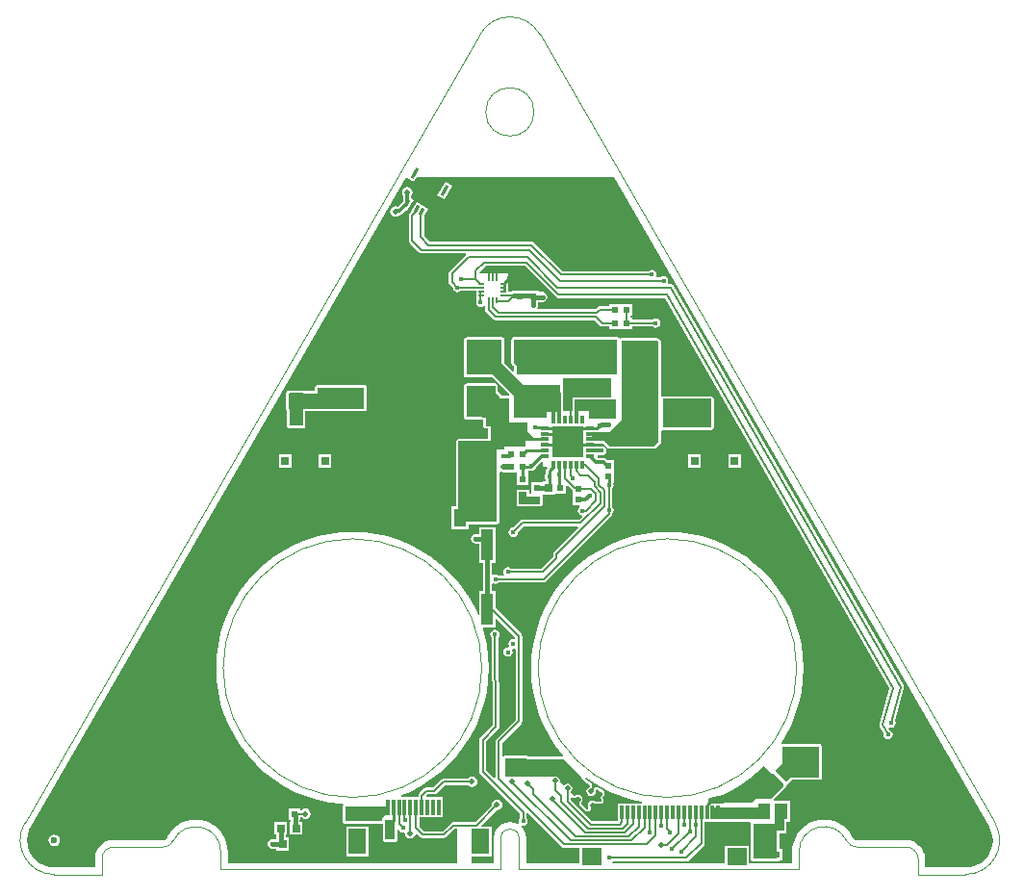
<source format=gtl>
G04*
G04 #@! TF.GenerationSoftware,Altium Limited,Altium Designer,19.0.12 (326)*
G04*
G04 Layer_Physical_Order=1*
G04 Layer_Color=255*
%FSLAX44Y44*%
%MOMM*%
G71*
G01*
G75*
%ADD17C,0.2032*%
%ADD19C,0.0500*%
%ADD20R,0.6000X0.6000*%
%ADD21R,0.5588X0.5588*%
%ADD22R,0.7000X0.8000*%
%ADD23R,0.6000X0.8500*%
G04:AMPARAMS|DCode=24|XSize=0.3mm|YSize=1mm|CornerRadius=0mm|HoleSize=0mm|Usage=FLASHONLY|Rotation=150.000|XOffset=0mm|YOffset=0mm|HoleType=Round|Shape=Rectangle|*
%AMROTATEDRECTD24*
4,1,4,0.3799,0.3580,-0.1201,-0.5080,-0.3799,-0.3580,0.1201,0.5080,0.3799,0.3580,0.0*
%
%ADD24ROTATEDRECTD24*%

G04:AMPARAMS|DCode=25|XSize=0.3mm|YSize=0.7mm|CornerRadius=0mm|HoleSize=0mm|Usage=FLASHONLY|Rotation=150.000|XOffset=0mm|YOffset=0mm|HoleType=Round|Shape=Rectangle|*
%AMROTATEDRECTD25*
4,1,4,0.3049,0.2281,-0.0451,-0.3781,-0.3049,-0.2281,0.0451,0.3781,0.3049,0.2281,0.0*
%
%ADD25ROTATEDRECTD25*%

%ADD26R,1.1000X1.4000*%
G04:AMPARAMS|DCode=27|XSize=1.4mm|YSize=1.1mm|CornerRadius=0mm|HoleSize=0mm|Usage=FLASHONLY|Rotation=135.000|XOffset=0mm|YOffset=0mm|HoleType=Round|Shape=Rectangle|*
%AMROTATEDRECTD27*
4,1,4,0.8839,-0.1061,0.1061,-0.8839,-0.8839,0.1061,-0.1061,0.8839,0.8839,-0.1061,0.0*
%
%ADD27ROTATEDRECTD27*%

%ADD28R,1.1000X1.6000*%
%ADD29C,0.9348*%
%ADD30C,0.8891*%
%ADD31R,1.6000X2.2000*%
%ADD32R,0.3000X1.4000*%
%ADD33R,0.5000X0.2000*%
%ADD34R,0.2000X0.5000*%
%ADD35R,0.3000X1.2000*%
%ADD36R,1.7000X1.5000*%
%ADD37R,0.9652X0.8128*%
%ADD38R,0.6000X0.6000*%
%ADD39R,0.8128X0.9652*%
%ADD40R,0.7200X0.7200*%
%ADD41R,2.7000X1.3000*%
%ADD42R,0.6500X0.7000*%
%ADD43R,1.4000X1.6400*%
%ADD44R,0.7200X0.7200*%
%ADD45R,2.8000X2.8000*%
%ADD46R,0.3000X0.8000*%
%ADD47R,0.8000X0.3000*%
%ADD77C,1.4635*%
%ADD78R,1.0000X2.7500*%
%ADD79C,0.3810*%
%ADD80C,0.3048*%
%ADD81C,0.5080*%
%ADD82C,0.2540*%
%ADD83C,0.1778*%
%ADD84C,0.4318*%
%ADD85C,0.4572*%
%ADD86C,0.6350*%
%ADD87R,3.3528X7.0866*%
%ADD88R,0.8382X1.7526*%
%ADD89R,3.7084X0.7366*%
%ADD90R,2.2860X1.1430*%
%ADD91R,3.2512X0.9492*%
%ADD92R,2.8448X0.7874*%
%ADD93R,3.0226X0.8382*%
%ADD94R,1.8796X1.4224*%
%ADD95R,3.2766X2.7432*%
%ADD96R,2.1336X3.1496*%
%ADD97R,2.1844X0.5334*%
%ADD98R,0.8382X2.4638*%
%ADD99R,5.1816X1.0668*%
%ADD100R,1.7018X2.1082*%
%ADD101R,2.5320X2.7432*%
%ADD102R,3.1402X3.1242*%
G04:AMPARAMS|DCode=103|XSize=1.2153mm|YSize=3.3108mm|CornerRadius=0mm|HoleSize=0mm|Usage=FLASHONLY|Rotation=45.000|XOffset=0mm|YOffset=0mm|HoleType=Round|Shape=Rectangle|*
%AMROTATEDRECTD103*
4,1,4,0.7409,-1.6002,-1.6002,0.7409,-0.7409,1.6002,1.6002,-0.7409,0.7409,-1.6002,0.0*
%
%ADD103ROTATEDRECTD103*%

%ADD104R,1.2446X0.6862*%
%ADD105R,4.1402X1.9141*%
%ADD106R,6.1468X1.4315*%
%ADD107R,1.2354X2.8956*%
%ADD108R,4.3387X2.5146*%
%ADD109R,1.8288X0.6858*%
%ADD110R,4.3395X1.7780*%
%ADD111R,3.0162X1.9050*%
%ADD112R,2.3622X1.6764*%
%ADD113R,3.4607X1.0414*%
%ADD114R,0.3048X0.9652*%
%ADD115R,0.8890X1.9304*%
%ADD116R,0.2794X1.0922*%
%ADD117R,8.8797X3.0226*%
%ADD118R,2.9699X2.9464*%
%ADD119R,4.1594X2.3368*%
%ADD120C,0.4064*%
%ADD121C,0.5080*%
%ADD122C,0.6000*%
G36*
X492383Y583615D02*
X822438Y11943D01*
X822450Y11930D01*
X823916Y9186D01*
X825280Y4692D01*
X825740Y18D01*
X825280Y-4656D01*
X823916Y-9150D01*
X821702Y-13291D01*
X818723Y-16922D01*
X815093Y-19901D01*
X810951Y-22115D01*
X806457Y-23478D01*
X802142Y-23903D01*
X801784Y-23832D01*
X765934D01*
Y-15982D01*
X765853Y-15578D01*
X765584Y-12839D01*
X764667Y-9817D01*
X763178Y-7032D01*
X761175Y-4591D01*
X758734Y-2587D01*
X755948Y-1099D01*
X752926Y-182D01*
X750188Y88D01*
X749783Y168D01*
X706059D01*
X705891Y135D01*
X704560Y400D01*
X703289Y1249D01*
X702572Y2322D01*
X702572Y2322D01*
X702337Y2784D01*
X701960Y3400D01*
X700032Y6546D01*
X697166Y9901D01*
X693811Y12766D01*
X690049Y15072D01*
X685973Y16760D01*
X681682Y17790D01*
X677283Y18137D01*
X672885Y17790D01*
X668594Y16760D01*
X664518Y15072D01*
X660756Y12766D01*
X657401Y9901D01*
X654535Y6546D01*
X652230Y2784D01*
X650541Y-1293D01*
X649511Y-5583D01*
X649185Y-9720D01*
X649133Y-9982D01*
X649133D01*
X649133Y-9982D01*
Y-20361D01*
X611212D01*
Y-5016D01*
X590148D01*
Y-20361D01*
X491201D01*
X490769Y-19091D01*
X491383Y-18472D01*
X556260D01*
X557400Y-18246D01*
X558366Y-17600D01*
X571286Y-4680D01*
X571931Y-3714D01*
X572158Y-2574D01*
Y16420D01*
X577242D01*
X577311Y16374D01*
X578104Y16216D01*
X611901D01*
X612862Y14986D01*
Y-16510D01*
X613020Y-17303D01*
X613469Y-17975D01*
X614141Y-18424D01*
X614934Y-18582D01*
X636270D01*
X637063Y-18424D01*
X637719Y-17986D01*
X640874D01*
Y-7922D01*
X638342D01*
Y5802D01*
X642112D01*
X642905Y5960D01*
X643577Y6409D01*
X644026Y7081D01*
X644184Y7874D01*
Y16368D01*
X647269D01*
Y34432D01*
X642875D01*
X642112Y34584D01*
X633730D01*
X633510Y34540D01*
X632884Y35710D01*
X643461Y46287D01*
X643910Y46959D01*
X644036Y47594D01*
X644412Y48709D01*
Y48709D01*
X648749Y53046D01*
X673354D01*
X674147Y53204D01*
X674819Y53653D01*
X675268Y54325D01*
X675426Y55118D01*
Y82550D01*
X675268Y83343D01*
X674819Y84015D01*
X674147Y84464D01*
X673354Y84622D01*
X651506D01*
X651256Y84672D01*
X651006Y84622D01*
X640588D01*
X640289Y84562D01*
X639489Y85671D01*
X643223Y91532D01*
X648053Y100810D01*
X652056Y110473D01*
X655201Y120449D01*
X657465Y130660D01*
X658830Y141030D01*
X659286Y151480D01*
X658830Y161930D01*
X657465Y172300D01*
X655201Y182511D01*
X652056Y192487D01*
X648053Y202150D01*
X643223Y211428D01*
X637603Y220250D01*
X631236Y228548D01*
X624169Y236259D01*
X616458Y243326D01*
X608160Y249693D01*
X599338Y255313D01*
X590060Y260143D01*
X580397Y264146D01*
X570421Y267291D01*
X560210Y269555D01*
X549840Y270920D01*
X539390Y271376D01*
X528940Y270920D01*
X518570Y269555D01*
X508359Y267291D01*
X498383Y264146D01*
X488720Y260143D01*
X479442Y255313D01*
X470620Y249693D01*
X462322Y243326D01*
X454611Y236259D01*
X447544Y228548D01*
X441177Y220250D01*
X435557Y211428D01*
X430727Y202150D01*
X426725Y192487D01*
X423579Y182511D01*
X421315Y172300D01*
X419950Y161930D01*
X419494Y151480D01*
X419950Y141030D01*
X421315Y130660D01*
X423579Y120449D01*
X426725Y110473D01*
X430727Y100810D01*
X435557Y91532D01*
X441177Y82710D01*
X447177Y74891D01*
X446732Y73932D01*
X446515Y73668D01*
X446511Y73667D01*
X446412Y73689D01*
X445635Y73699D01*
X445617Y73696D01*
X445599Y73700D01*
X444332Y73700D01*
X416859Y73700D01*
X416755Y73855D01*
X416083Y74304D01*
X415290Y74462D01*
X396494D01*
X395701Y74304D01*
X395154Y73939D01*
X394574Y74083D01*
X393884Y74428D01*
Y85888D01*
X410924Y102928D01*
X411569Y103894D01*
X411796Y105034D01*
Y179700D01*
X411569Y180840D01*
X410924Y181806D01*
X388092Y204638D01*
Y219032D01*
X385074D01*
Y225654D01*
X386344Y226333D01*
X386780Y226042D01*
X388366Y225726D01*
X389952Y226042D01*
X391224Y226892D01*
X430332D01*
X431472Y227118D01*
X432438Y227764D01*
X490040Y285366D01*
X490686Y286332D01*
X490910Y287461D01*
X491762Y288736D01*
X492078Y290322D01*
X491762Y291908D01*
X490912Y293180D01*
Y309562D01*
X491762Y310834D01*
X492078Y312420D01*
X491858Y313524D01*
X492033Y313805D01*
X492712Y314794D01*
X492712Y314794D01*
X492712Y314794D01*
Y324794D01*
Y334858D01*
X486251D01*
X485694Y335416D01*
X484518Y336202D01*
X483130Y336478D01*
X483130Y336478D01*
X478118D01*
X477730Y336866D01*
Y339144D01*
X479566D01*
X480054Y338818D01*
X481640Y338502D01*
X483226Y338818D01*
X484570Y339716D01*
X485468Y341060D01*
X485784Y342646D01*
X485468Y344232D01*
X484570Y345576D01*
X483226Y346474D01*
X481640Y346790D01*
X480054Y346474D01*
X479937Y346396D01*
X473198D01*
Y349238D01*
X477730D01*
Y349238D01*
X477820Y349328D01*
X483148Y349328D01*
X487485Y344991D01*
X488157Y344542D01*
X488950Y344384D01*
X488950Y344384D01*
X527808Y344384D01*
X528601Y344542D01*
X529273Y344991D01*
X529273Y344991D01*
X533087Y348805D01*
X533536Y349477D01*
X533694Y350270D01*
X533694Y350270D01*
Y360057D01*
X534717Y361148D01*
X578104D01*
X578897Y361306D01*
X579569Y361755D01*
X580018Y362427D01*
X580176Y363220D01*
Y388366D01*
X580018Y389159D01*
X579569Y389831D01*
X578897Y390280D01*
X578104Y390438D01*
X534717D01*
X533694Y391529D01*
Y438776D01*
X533694Y438776D01*
X533536Y439569D01*
X533087Y440241D01*
X532189Y441139D01*
X531517Y441588D01*
X530724Y441746D01*
X530724Y441746D01*
X499117Y441746D01*
X498722Y441667D01*
X498324Y441588D01*
X498324Y441588D01*
X496916Y441901D01*
X496244Y442350D01*
X495451Y442508D01*
X422323D01*
X422179Y442604D01*
X421386Y442762D01*
X404368D01*
X403575Y442604D01*
X402903Y442155D01*
X402454Y441483D01*
X402296Y440690D01*
Y419608D01*
X402454Y418815D01*
X402903Y418143D01*
X403575Y417694D01*
X404230Y417564D01*
X404582Y417168D01*
Y412722D01*
X403409Y412236D01*
X396186Y419459D01*
Y440436D01*
X396028Y441229D01*
X395579Y441901D01*
X394907Y442350D01*
X394114Y442508D01*
X362712D01*
X361919Y442350D01*
X361247Y441901D01*
X360798Y441229D01*
X360640Y440436D01*
Y409194D01*
X360798Y408401D01*
X361247Y407729D01*
X361919Y407280D01*
X362712Y407122D01*
X385476D01*
X400164Y392434D01*
X399638Y391164D01*
X393668D01*
X393568Y391334D01*
X390104Y395234D01*
Y399796D01*
X389946Y400589D01*
X389497Y401261D01*
X388825Y401710D01*
X388032Y401868D01*
X362712D01*
X361919Y401710D01*
X361247Y401261D01*
X360798Y400589D01*
X360640Y399796D01*
Y372364D01*
X360798Y371571D01*
X361247Y370899D01*
X361919Y370450D01*
X362712Y370292D01*
X376154D01*
X376227Y370243D01*
X377020Y370085D01*
X377404Y368931D01*
Y364490D01*
X377562Y363697D01*
X378011Y363025D01*
X378683Y362576D01*
X379476Y362418D01*
X381976D01*
Y353100D01*
X355854D01*
X355061Y352942D01*
X354389Y352493D01*
X353940Y351821D01*
X353782Y351028D01*
Y346710D01*
X353311D01*
Y337819D01*
X353311Y337058D01*
X353311D01*
X353314Y336550D01*
X353314D01*
Y326898D01*
X353314D01*
Y326390D01*
X353314D01*
Y316738D01*
X353314D01*
X353311Y316230D01*
X353311D01*
X353311Y315469D01*
Y307339D01*
X353311Y306578D01*
X353311D01*
X353314Y306070D01*
X353314D01*
Y296418D01*
X353782D01*
Y293496D01*
X349320D01*
Y273432D01*
X364384D01*
Y278090D01*
X389382D01*
X390175Y278248D01*
X390847Y278697D01*
X391296Y279369D01*
X391454Y280162D01*
Y323903D01*
X392724Y324582D01*
X393464Y324087D01*
X395248Y323732D01*
X397156D01*
Y323362D01*
X406634D01*
X407156Y322308D01*
Y312244D01*
X417220D01*
Y322308D01*
X417220D01*
X417220Y323362D01*
X417220D01*
Y325027D01*
X419146D01*
X419574Y325112D01*
X419936Y325040D01*
X421522Y325356D01*
X422866Y326254D01*
X423764Y327598D01*
X423926Y328413D01*
X428928Y333415D01*
X430198Y332889D01*
Y328930D01*
X433253D01*
X433739Y327757D01*
X433162Y327180D01*
X432433Y326087D01*
X432176Y324799D01*
Y322316D01*
X431715Y321626D01*
X431399Y320040D01*
X431715Y318454D01*
X432176Y317764D01*
Y315600D01*
X429403D01*
Y315000D01*
X419465D01*
Y304586D01*
X417986D01*
Y308518D01*
X406722D01*
Y297254D01*
X406868D01*
Y295656D01*
X407026Y294863D01*
X407475Y294191D01*
X408147Y293742D01*
X408940Y293584D01*
X427228D01*
X428021Y293742D01*
X428693Y294191D01*
X429142Y294863D01*
X429156Y294936D01*
X429529D01*
Y304336D01*
X440667D01*
Y304886D01*
X450411D01*
Y311590D01*
X451584Y312076D01*
X455720Y307940D01*
X456232Y307598D01*
Y294514D01*
X461619D01*
X462004Y293244D01*
X461636Y292998D01*
X460738Y291654D01*
X460422Y290068D01*
X460738Y288482D01*
X461636Y287138D01*
X462980Y286240D01*
X463838Y286069D01*
X464256Y284691D01*
X461689Y282124D01*
X411988D01*
X410848Y281898D01*
X409882Y281252D01*
X403775Y275145D01*
X402274Y274846D01*
X400930Y273948D01*
X400032Y272604D01*
X399716Y271018D01*
X400032Y269432D01*
X400930Y268088D01*
X402274Y267190D01*
X403860Y266874D01*
X405446Y267190D01*
X406790Y268088D01*
X407688Y269432D01*
X407987Y270933D01*
X413222Y276168D01*
X460289D01*
X460775Y274994D01*
X439854Y254074D01*
X439208Y253108D01*
X438982Y251968D01*
Y249646D01*
X428534Y239198D01*
X401892D01*
X400620Y240048D01*
X399034Y240364D01*
X397448Y240048D01*
X396104Y239150D01*
X395206Y237806D01*
X394890Y236220D01*
X395206Y234634D01*
X395551Y234118D01*
X394872Y232848D01*
X391224D01*
X389952Y233698D01*
X388366Y234014D01*
X386780Y233698D01*
X386344Y233407D01*
X385074Y234086D01*
Y243968D01*
X388092D01*
Y275532D01*
X374028D01*
Y269190D01*
X371491D01*
X370840Y269320D01*
X369254Y269004D01*
X367910Y268106D01*
X367012Y266762D01*
X366696Y265176D01*
X367012Y263590D01*
X367910Y262246D01*
X369254Y261348D01*
X370840Y261032D01*
X371491Y261162D01*
X374028D01*
Y243968D01*
X377046D01*
Y219032D01*
X374028D01*
Y198222D01*
X372782Y197975D01*
X371053Y202150D01*
X366223Y211428D01*
X360603Y220250D01*
X354236Y228548D01*
X347169Y236259D01*
X339458Y243326D01*
X331160Y249693D01*
X322338Y255313D01*
X313060Y260143D01*
X303397Y264146D01*
X293421Y267291D01*
X283210Y269555D01*
X272840Y270920D01*
X262390Y271376D01*
X251940Y270920D01*
X241570Y269555D01*
X231359Y267291D01*
X221383Y264146D01*
X211720Y260143D01*
X202442Y255313D01*
X193620Y249693D01*
X185322Y243326D01*
X177611Y236259D01*
X170544Y228548D01*
X164177Y220250D01*
X158557Y211428D01*
X153727Y202150D01*
X149725Y192487D01*
X146579Y182511D01*
X144315Y172300D01*
X142950Y161930D01*
X142494Y151480D01*
X142950Y141030D01*
X144315Y130660D01*
X146579Y120449D01*
X149725Y110473D01*
X153727Y100810D01*
X158557Y91532D01*
X164177Y82710D01*
X170544Y74412D01*
X177611Y66701D01*
X185322Y59634D01*
X193620Y53267D01*
X202442Y47647D01*
X211720Y42817D01*
X221383Y38814D01*
X231359Y35669D01*
X241570Y33405D01*
X251940Y32040D01*
X253628Y31967D01*
X254224Y30669D01*
X254118Y30511D01*
X253960Y29718D01*
Y16764D01*
X254118Y15971D01*
X254567Y15299D01*
X255239Y14850D01*
X256032Y14692D01*
X288544D01*
X289266Y14100D01*
Y4314D01*
X289216Y4064D01*
X289266Y3814D01*
Y508D01*
X289424Y-285D01*
X289873Y-957D01*
X290545Y-1406D01*
X291338Y-1564D01*
X299720D01*
X300513Y-1406D01*
X301185Y-957D01*
X301634Y-285D01*
X301792Y508D01*
Y9433D01*
X303062Y9558D01*
X303143Y9148D01*
X304042Y7804D01*
X305386Y6905D01*
X306972Y6590D01*
X307340Y6663D01*
X307610Y6532D01*
X308613Y5622D01*
X308875Y4304D01*
X309886Y2792D01*
X311398Y1781D01*
X313182Y1426D01*
X314966Y1781D01*
X316478Y2792D01*
X317489Y4304D01*
X317704Y5385D01*
X319082Y5803D01*
X321947Y2937D01*
X322913Y2292D01*
X324053Y2065D01*
X342906D01*
X344045Y2292D01*
X345011Y2937D01*
X352304Y10230D01*
X354065D01*
Y-20361D01*
X152639D01*
Y-9982D01*
X152587Y-9720D01*
X152261Y-5583D01*
X151231Y-1293D01*
X149543Y2784D01*
X147237Y6546D01*
X144372Y9901D01*
X141016Y12766D01*
X137254Y15072D01*
X133178Y16760D01*
X128887Y17790D01*
X124489Y18137D01*
X120090Y17790D01*
X115800Y16760D01*
X111723Y15072D01*
X107961Y12766D01*
X104606Y9901D01*
X101740Y6546D01*
X99812Y3400D01*
X99435Y2784D01*
X99200Y2322D01*
X99200Y2322D01*
X98483Y1249D01*
X97212Y400D01*
X95881Y135D01*
X95714Y168D01*
X51989D01*
X51584Y88D01*
X48846Y-182D01*
X45824Y-1099D01*
X43039Y-2587D01*
X40597Y-4591D01*
X38594Y-7032D01*
X37105Y-9817D01*
X36189Y-12839D01*
X35919Y-15578D01*
X35838Y-15982D01*
Y-23832D01*
X-11D01*
X-370Y-23903D01*
X-4685Y-23478D01*
X-9179Y-22115D01*
X-13321Y-19901D01*
X-16951Y-16922D01*
X-19930Y-13291D01*
X-22144Y-9150D01*
X-23507Y-4656D01*
X-23968Y18D01*
X-23507Y4692D01*
X-22144Y9186D01*
X-20677Y11930D01*
X-20666Y11943D01*
X309188Y583267D01*
X310364Y582763D01*
X316427Y579263D01*
X318940Y583615D01*
X492383Y583615D01*
D02*
G37*
G36*
X431270Y426407D02*
Y415157D01*
X420269D01*
Y411408D01*
X412469D01*
X404519Y420358D01*
Y427158D01*
X408270D01*
Y438157D01*
X419520D01*
X431270Y426407D01*
D02*
G37*
G36*
X388270Y427158D02*
X392019D01*
Y420358D01*
X384069Y411408D01*
X376269D01*
Y415157D01*
X365270D01*
Y426407D01*
X377020Y438157D01*
X388270D01*
Y427158D01*
D02*
G37*
G36*
X420269Y395157D02*
X431270D01*
Y383907D01*
X419520Y372157D01*
X408270D01*
Y383158D01*
X404519D01*
Y389958D01*
X412469Y398908D01*
X420269D01*
Y395157D01*
D02*
G37*
G36*
X531622Y438776D02*
Y350270D01*
X527808Y346456D01*
X488950Y346456D01*
X484006Y351400D01*
X473198Y351400D01*
Y359248D01*
X488044Y359248D01*
X499110Y370314D01*
Y395732D01*
X499117Y439674D01*
X530724Y439674D01*
X531622Y438776D01*
D02*
G37*
G36*
X392019Y389958D02*
Y389092D01*
X400558D01*
Y367792D01*
X416560D01*
Y359870D01*
X422100Y354330D01*
X430198D01*
Y351168D01*
X385605D01*
Y364490D01*
X379476D01*
Y372157D01*
X377020D01*
X365270Y383907D01*
Y395157D01*
X376269D01*
Y398908D01*
X384069D01*
X392019Y389958D01*
D02*
G37*
G36*
X405289Y179018D02*
X405229Y177947D01*
X404095Y177071D01*
X403860Y177118D01*
X402274Y176802D01*
X400930Y175904D01*
X400032Y174560D01*
X399716Y172974D01*
X400032Y171388D01*
X400448Y170765D01*
X399684Y169622D01*
X399034Y169752D01*
X397448Y169436D01*
X396104Y168538D01*
X395206Y167194D01*
X394890Y165608D01*
X395206Y164022D01*
X396104Y162678D01*
X397448Y161780D01*
X399034Y161464D01*
X400620Y161780D01*
X401964Y162678D01*
X402862Y164022D01*
X403178Y165608D01*
X402862Y167194D01*
X402446Y167817D01*
X403210Y168960D01*
X403860Y168830D01*
X404569Y168972D01*
X405839Y167998D01*
Y106267D01*
X388800Y89228D01*
X388154Y88262D01*
X387928Y87122D01*
Y55468D01*
X386658Y54942D01*
X379914Y61686D01*
Y87158D01*
X390851Y98095D01*
X390861Y98110D01*
X390877Y98121D01*
X391183Y98592D01*
X391496Y99061D01*
X391500Y99079D01*
X391510Y99095D01*
X391613Y99649D01*
X391723Y100201D01*
X391719Y100219D01*
X391723Y100238D01*
X390756Y178297D01*
X391571Y179516D01*
X391886Y181102D01*
X391571Y182688D01*
X390672Y184032D01*
X389328Y184930D01*
X387742Y185246D01*
X386157Y184930D01*
X384812Y184032D01*
X383914Y182688D01*
X383599Y181102D01*
X383914Y179516D01*
X384800Y178191D01*
X385751Y101419D01*
X374830Y90498D01*
X374184Y89532D01*
X373958Y88392D01*
Y60452D01*
X374184Y59312D01*
X374830Y58346D01*
X409518Y23658D01*
Y19876D01*
X408668Y18604D01*
X408352Y17018D01*
X408668Y15432D01*
X408734Y15333D01*
X408007Y14352D01*
X407895Y14303D01*
X404549Y15689D01*
X400886Y16171D01*
X397223Y15689D01*
X393810Y14275D01*
X390878Y12026D01*
X388629Y9094D01*
X387215Y5681D01*
X386733Y2018D01*
X386736D01*
Y-20361D01*
X367019D01*
Y-14030D01*
X384782D01*
Y12034D01*
X376299D01*
X375813Y13207D01*
X389220Y26614D01*
X389595Y26539D01*
X391379Y26894D01*
X392891Y27905D01*
X393901Y29417D01*
X394256Y31201D01*
X393901Y32985D01*
X392891Y34497D01*
X391379Y35508D01*
X389595Y35862D01*
X387811Y35508D01*
X386299Y34497D01*
X385288Y32985D01*
X384933Y31201D01*
X385008Y30826D01*
X370368Y16186D01*
X351070D01*
X349930Y15960D01*
X348964Y15314D01*
X341672Y8022D01*
X325286D01*
X321228Y12080D01*
Y20200D01*
X341782D01*
Y38264D01*
X327994D01*
X327508Y39437D01*
X328386Y40315D01*
X334378D01*
X335517Y40542D01*
X336483Y41188D01*
X343880Y48584D01*
X364029D01*
X364242Y48266D01*
X365754Y47255D01*
X367538Y46900D01*
X369322Y47255D01*
X370834Y48266D01*
X371845Y49778D01*
X372200Y51562D01*
X371845Y53346D01*
X370834Y54858D01*
X369322Y55869D01*
X367538Y56224D01*
X365754Y55869D01*
X364242Y54858D01*
X364029Y54540D01*
X342646D01*
X341506Y54314D01*
X340540Y53668D01*
X333144Y46272D01*
X327152D01*
X326012Y46045D01*
X325046Y45399D01*
X321144Y41498D01*
X320499Y40531D01*
X320272Y39392D01*
Y38264D01*
X305387D01*
X305134Y39534D01*
X313060Y42817D01*
X322338Y47647D01*
X331160Y53267D01*
X339458Y59634D01*
X347169Y66701D01*
X354236Y74412D01*
X360603Y82710D01*
X366223Y91532D01*
X371053Y100810D01*
X375056Y110473D01*
X378201Y120449D01*
X380465Y130660D01*
X381830Y141030D01*
X382286Y151480D01*
X381830Y161930D01*
X380465Y172300D01*
X378201Y182511D01*
X376961Y186444D01*
X377712Y187468D01*
X388092D01*
Y194555D01*
X389265Y195041D01*
X405289Y179018D01*
D02*
G37*
G36*
X444332Y71628D02*
X445599Y71628D01*
X445600Y71628D01*
X445607Y71628D01*
X446383Y71617D01*
X446891Y71561D01*
X447651Y71351D01*
X447901Y71240D01*
X448179Y71043D01*
X463447Y54775D01*
X463447Y54775D01*
X466562Y52061D01*
X471373Y48457D01*
X471065Y47101D01*
X470600Y47008D01*
X469256Y46110D01*
X468358Y44766D01*
X468042Y43180D01*
X468358Y41594D01*
X469256Y40250D01*
X470600Y39352D01*
X472186Y39036D01*
X473772Y39352D01*
X475116Y40250D01*
X476014Y41594D01*
X476330Y43180D01*
X476210Y43783D01*
X477346Y44579D01*
X480238Y42827D01*
X482163Y41905D01*
X482267Y40447D01*
X482000Y40268D01*
X481102Y38924D01*
X480786Y37338D01*
X481102Y35752D01*
X481486Y35178D01*
X480807Y33908D01*
X476275D01*
X475296Y34562D01*
X473710Y34878D01*
X472124Y34562D01*
X470780Y33664D01*
X469882Y32320D01*
X469566Y30734D01*
X469882Y29148D01*
X470410Y28358D01*
X470282Y27830D01*
X468880Y27436D01*
X463640Y32675D01*
X463686Y33138D01*
X464584Y34482D01*
X464900Y36068D01*
X464584Y37654D01*
X463686Y38998D01*
X462342Y39896D01*
X460756Y40212D01*
X459170Y39896D01*
X457826Y38998D01*
X457363Y38952D01*
X454883Y41433D01*
X454628Y42790D01*
X455526Y44134D01*
X455842Y45720D01*
X455526Y47306D01*
X454628Y48650D01*
X453284Y49548D01*
X451698Y49864D01*
X450112Y49548D01*
X448768Y48650D01*
X447765Y48551D01*
X444694Y51622D01*
X444834Y52324D01*
X444518Y53910D01*
X443620Y55254D01*
X442276Y56152D01*
X440690Y56468D01*
X439988Y56328D01*
X439928Y56388D01*
X396748D01*
Y71628D01*
X444332Y71628D01*
D02*
G37*
G36*
X624332Y65416D02*
X641996Y47752D01*
X630820Y36576D01*
X616966D01*
X613275Y32885D01*
X585978D01*
X575818Y33020D01*
Y36830D01*
X577342Y37084D01*
X580644Y37846D01*
X588010Y40132D01*
X595010Y43434D01*
X602996Y48260D01*
X611632Y54488D01*
X617982Y59436D01*
X624248Y65451D01*
X624332Y65416D01*
D02*
G37*
G36*
X470620Y53267D02*
X479442Y47647D01*
X488720Y42817D01*
X498383Y38814D01*
X508359Y35669D01*
X516998Y33754D01*
X516859Y32484D01*
X495648D01*
Y16948D01*
X473166D01*
X454590Y35524D01*
Y37136D01*
X455764Y37622D01*
X455898Y37487D01*
X455984Y37430D01*
X456049Y37351D01*
X456317Y37207D01*
X456571Y37038D01*
X456671Y37018D01*
X456762Y36970D01*
X457065Y36940D01*
X457363Y36881D01*
X457464Y36901D01*
X457566Y36891D01*
X458029Y36936D01*
X458127Y36966D01*
X458230D01*
X458512Y37083D01*
X458803Y37171D01*
X458882Y37236D01*
X458977Y37275D01*
X459979Y37945D01*
X460756Y38099D01*
X461533Y37945D01*
X462192Y37504D01*
X462633Y36845D01*
X462787Y36068D01*
X462633Y35291D01*
X461963Y34289D01*
X461924Y34194D01*
X461859Y34115D01*
X461771Y33823D01*
X461654Y33542D01*
Y33440D01*
X461624Y33341D01*
X461579Y32878D01*
X461589Y32776D01*
X461569Y32675D01*
X461628Y32377D01*
X461658Y32074D01*
X461706Y31983D01*
X461726Y31883D01*
X461895Y31630D01*
X462039Y31361D01*
X462118Y31296D01*
X462175Y31210D01*
X467415Y25970D01*
X467651Y25813D01*
X467867Y25628D01*
X467985Y25590D01*
X468088Y25521D01*
X468366Y25466D01*
X468635Y25378D01*
X468759Y25388D01*
X468880Y25364D01*
X469159Y25419D01*
X469441Y25441D01*
X470843Y25835D01*
X471096Y25964D01*
X471362Y26061D01*
X471453Y26146D01*
X471564Y26202D01*
X471748Y26417D01*
X471956Y26609D01*
X472009Y26722D01*
X472089Y26816D01*
X472177Y27086D01*
X472296Y27343D01*
X472424Y27871D01*
X472425Y27914D01*
X472442Y27954D01*
Y28316D01*
X472457Y28679D01*
X472442Y28719D01*
Y28762D01*
X472303Y29097D01*
X472178Y29438D01*
X472149Y29469D01*
X472132Y29509D01*
X471833Y29957D01*
X471679Y30734D01*
X471833Y31511D01*
X472274Y32170D01*
X472933Y32611D01*
X473710Y32765D01*
X474487Y32611D01*
X475124Y32185D01*
X475313Y32107D01*
X475483Y31994D01*
X475683Y31954D01*
X475871Y31876D01*
X476075D01*
X476275Y31836D01*
X480807D01*
X481105Y31895D01*
X481408Y31925D01*
X481499Y31973D01*
X481600Y31994D01*
X481853Y32162D01*
X482121Y32306D01*
X482187Y32385D01*
X482272Y32443D01*
X482441Y32696D01*
X482634Y32931D01*
X483313Y34201D01*
X483401Y34492D01*
X483518Y34773D01*
Y34876D01*
X483548Y34975D01*
X483518Y35277D01*
Y35582D01*
X483479Y35677D01*
X483468Y35779D01*
X483325Y36047D01*
X483209Y36329D01*
X483053Y36561D01*
X482899Y37338D01*
X483053Y38115D01*
X483544Y38850D01*
X483614Y38920D01*
X483833Y39090D01*
X483898Y39203D01*
X483990Y39296D01*
X484096Y39551D01*
X484233Y39792D01*
X484249Y39922D01*
X484299Y40043D01*
X484299Y40319D01*
X484334Y40594D01*
X484230Y42052D01*
X484157Y42319D01*
X484117Y42593D01*
X484051Y42705D01*
X484016Y42832D01*
X483847Y43050D01*
X483705Y43288D01*
X483601Y43367D01*
X483521Y43470D01*
X483280Y43607D01*
X483058Y43773D01*
X481225Y44651D01*
X478420Y46351D01*
X478061Y46481D01*
X477705Y46620D01*
X477682Y46619D01*
X477660Y46627D01*
X477279Y46610D01*
X476897Y46602D01*
X476876Y46592D01*
X476853Y46591D01*
X476507Y46430D01*
X476157Y46276D01*
X475021Y45480D01*
X474757Y45204D01*
X474487Y44934D01*
X474478Y44912D01*
X474462Y44896D01*
X474324Y44539D01*
X474178Y44187D01*
Y44164D01*
X474169Y44142D01*
X474178Y43760D01*
Y43379D01*
X474217Y43180D01*
X474063Y42403D01*
X473622Y41744D01*
X472963Y41303D01*
X472186Y41149D01*
X471409Y41303D01*
X470750Y41744D01*
X470309Y42403D01*
X470155Y43180D01*
X470309Y43957D01*
X470750Y44616D01*
X471409Y45057D01*
X471469Y45069D01*
X471817Y45213D01*
X472169Y45348D01*
X472190Y45367D01*
X472216Y45378D01*
X472482Y45644D01*
X472756Y45904D01*
X472767Y45929D01*
X472788Y45950D01*
X472932Y46298D01*
X473085Y46642D01*
X473393Y47998D01*
X473404Y48374D01*
X473424Y48751D01*
X473414Y48778D01*
X473415Y48806D01*
X473280Y49158D01*
X473155Y49513D01*
X473136Y49534D01*
X473126Y49561D01*
X472867Y49835D01*
X472615Y50115D01*
X467865Y53674D01*
X466839Y54568D01*
X467643Y55551D01*
X470620Y53267D01*
D02*
G37*
G36*
X446458Y-5662D02*
X447424Y-6308D01*
X448564Y-6534D01*
X462148D01*
Y-20361D01*
X415036D01*
Y2018D01*
X415036Y2018D01*
X415039D01*
X414557Y5681D01*
X413143Y9094D01*
X411009Y11875D01*
X411171Y12395D01*
X411656Y13041D01*
X412496Y12874D01*
X414082Y13190D01*
X415426Y14088D01*
X416324Y15432D01*
X416640Y17018D01*
X416324Y18604D01*
X415474Y19876D01*
Y23526D01*
X416744Y24052D01*
X446458Y-5662D01*
D02*
G37*
%LPC*%
G36*
X344015Y579575D02*
X336983Y567395D01*
X343101Y563863D01*
X350133Y576043D01*
X344015Y579575D01*
D02*
G37*
G36*
X310642Y574892D02*
X308858Y574537D01*
X307346Y573526D01*
X306335Y572014D01*
X305980Y570230D01*
X306335Y568446D01*
X306850Y567676D01*
Y561721D01*
X302289Y557160D01*
X302012Y557345D01*
X300228Y557700D01*
X298444Y557345D01*
X296932Y556334D01*
X295921Y554822D01*
X295566Y553038D01*
X295921Y551254D01*
X296932Y549742D01*
X298444Y548732D01*
X300228Y548377D01*
X302012Y548732D01*
X303524Y549742D01*
X303564Y549801D01*
X303684D01*
X303684Y549801D01*
X305071Y550077D01*
X306248Y550863D01*
X309677Y554293D01*
X310769Y553662D01*
X313293Y558035D01*
X313825Y558832D01*
X313864Y559023D01*
X316301Y563244D01*
X314102Y564514D01*
Y567178D01*
X314949Y568446D01*
X315304Y570230D01*
X314949Y572014D01*
X313938Y573526D01*
X312426Y574537D01*
X310642Y574892D01*
D02*
G37*
G36*
X273050Y400598D02*
X231648D01*
X230855Y400440D01*
X230183Y399991D01*
X229734Y399319D01*
X229576Y398526D01*
Y395772D01*
X206248D01*
X205455Y395614D01*
X204783Y395165D01*
X204334Y394493D01*
X204176Y393700D01*
Y379385D01*
X204334Y378592D01*
X204430Y378448D01*
Y364744D01*
X204588Y363951D01*
X205037Y363279D01*
X205709Y362830D01*
X206502Y362672D01*
X218856D01*
X219649Y362830D01*
X220321Y363279D01*
X220770Y363951D01*
X220928Y364744D01*
Y377313D01*
X267716D01*
X267716Y377313D01*
X273050D01*
X273843Y377471D01*
X274515Y377920D01*
X274964Y378592D01*
X275122Y379385D01*
Y398526D01*
X274964Y399319D01*
X274515Y399991D01*
X273843Y400440D01*
X273050Y400598D01*
D02*
G37*
G36*
X604032Y339782D02*
X592968D01*
Y327718D01*
X604032D01*
Y339782D01*
D02*
G37*
G36*
X569032D02*
X557968D01*
Y327718D01*
X569032D01*
Y339782D01*
D02*
G37*
G36*
X243782D02*
X232718D01*
Y327718D01*
X243782D01*
Y339782D01*
D02*
G37*
G36*
X208782D02*
X197718D01*
Y327718D01*
X208782D01*
Y339782D01*
D02*
G37*
G36*
X318843Y561776D02*
X313692Y552854D01*
X312854Y552016D01*
X312208Y551050D01*
X311982Y549910D01*
Y527546D01*
X312208Y526406D01*
X312854Y525440D01*
X320970Y517324D01*
X321936Y516679D01*
X323076Y516452D01*
X362119D01*
X362504Y515182D01*
X362130Y514932D01*
X347906Y500708D01*
X347261Y499742D01*
X347034Y498602D01*
Y491210D01*
X347261Y490070D01*
X347906Y489104D01*
X350711Y486299D01*
X351010Y484798D01*
X351908Y483454D01*
X353252Y482556D01*
X354838Y482240D01*
X356424Y482556D01*
X357696Y483406D01*
X371240D01*
Y476352D01*
X371510D01*
Y475057D01*
X371330Y474788D01*
X371014Y473202D01*
X371330Y471616D01*
X371510Y471347D01*
Y470634D01*
X371986D01*
X372228Y470272D01*
X373572Y469374D01*
X375158Y469058D01*
X376744Y469374D01*
X377762Y470054D01*
X378851Y469641D01*
X379032Y469492D01*
Y466776D01*
X379258Y465636D01*
X379904Y464670D01*
X386178Y458396D01*
X387144Y457751D01*
X388284Y457524D01*
X475270D01*
X479986Y452808D01*
X480952Y452163D01*
X482092Y451936D01*
X488650D01*
Y449882D01*
X508714D01*
Y451936D01*
X526414D01*
X527686Y451086D01*
X529272Y450770D01*
X530858Y451086D01*
X532202Y451984D01*
X533100Y453328D01*
X533416Y454914D01*
X533100Y456500D01*
X532202Y457844D01*
X530858Y458742D01*
X529272Y459058D01*
X527686Y458742D01*
X526414Y457892D01*
X508714D01*
Y459946D01*
X506660D01*
Y461820D01*
X508714D01*
Y471884D01*
X488650D01*
Y469830D01*
X480060D01*
X478920Y469604D01*
X477954Y468958D01*
X476116Y467120D01*
X425539D01*
X424861Y468390D01*
X425267Y468999D01*
X425593Y470634D01*
Y473702D01*
X426356D01*
Y473755D01*
X429514D01*
X431149Y474080D01*
X432536Y475006D01*
X433462Y476393D01*
X433787Y478028D01*
X433462Y479663D01*
X432536Y481050D01*
X431149Y481976D01*
X429514Y482301D01*
X426356D01*
Y483766D01*
X416292D01*
Y483657D01*
X414672D01*
Y483766D01*
X404608D01*
Y483657D01*
X404474D01*
X402839Y483332D01*
X401452Y482406D01*
X401423Y482362D01*
X399780D01*
Y482416D01*
X399510D01*
Y498634D01*
X373842D01*
Y499932D01*
X379440Y505530D01*
X413802D01*
X441284Y478049D01*
X442250Y477403D01*
X443390Y477176D01*
X537010D01*
X734447Y133611D01*
X725956Y102177D01*
X725878Y101018D01*
X726249Y99916D01*
X729576Y94127D01*
X729392Y93202D01*
X729708Y91616D01*
X730606Y90272D01*
X731950Y89374D01*
X733536Y89058D01*
X735122Y89374D01*
X736466Y90272D01*
X737364Y91616D01*
X737679Y93202D01*
X737364Y94788D01*
X736466Y96132D01*
X735122Y97030D01*
X734733Y97107D01*
X734020Y98348D01*
X734250Y98752D01*
X734898Y99370D01*
X736219Y99107D01*
X737805Y99423D01*
X739149Y100321D01*
X740047Y101665D01*
X740363Y103251D01*
X740047Y104837D01*
X739823Y105172D01*
X747573Y133865D01*
X747651Y135024D01*
X747280Y136125D01*
X545077Y487986D01*
X544819Y488281D01*
X544601Y488608D01*
X544440Y488715D01*
X544313Y488861D01*
X543961Y489035D01*
X543635Y489253D01*
X543445Y489291D01*
X543271Y489377D01*
X542880Y489403D01*
X542495Y489480D01*
X540477D01*
X539946Y490472D01*
X539939Y490750D01*
X540238Y492252D01*
X539922Y493838D01*
X539024Y495182D01*
X537680Y496080D01*
X536094Y496396D01*
X534508Y496080D01*
X533236Y495230D01*
X530529D01*
X529756Y496500D01*
X529982Y497637D01*
X529667Y499222D01*
X528769Y500567D01*
X527424Y501465D01*
X525839Y501780D01*
X524253Y501465D01*
X523009Y500634D01*
X447188D01*
X421968Y525854D01*
X421002Y526499D01*
X419862Y526726D01*
X330672D01*
X325625Y531773D01*
Y549395D01*
X329291Y555744D01*
X324961Y558244D01*
Y558244D01*
X318843Y561776D01*
D02*
G37*
G36*
X216152Y28308D02*
X206088D01*
Y18244D01*
X207918D01*
Y16029D01*
X207462D01*
Y4965D01*
X218026D01*
Y16029D01*
X215946D01*
Y18244D01*
X216152D01*
Y20390D01*
X217523D01*
X217735Y20072D01*
X219248Y19061D01*
X221031Y18706D01*
X222815Y19061D01*
X224328Y20072D01*
X225338Y21584D01*
X225693Y23368D01*
X225338Y25152D01*
X224328Y26664D01*
X222815Y27675D01*
X221031Y28030D01*
X219248Y27675D01*
X217735Y26664D01*
X217523Y26346D01*
X216152D01*
Y28308D01*
D02*
G37*
G36*
X0Y5131D02*
X-1963Y4740D01*
X-3628Y3628D01*
X-4740Y1963D01*
X-5131Y0D01*
X-4740Y-1963D01*
X-3628Y-3628D01*
X-1963Y-4740D01*
X0Y-5131D01*
X1963Y-4740D01*
X3628Y-3628D01*
X4740Y-1963D01*
X5131Y0D01*
X4740Y1963D01*
X3628Y3628D01*
X1963Y4740D01*
X0Y5131D01*
D02*
G37*
G36*
X204526Y16029D02*
X193962D01*
Y4965D01*
X195625D01*
Y2404D01*
X195362D01*
Y1045D01*
X191994D01*
X190359Y720D01*
X188972Y-206D01*
X188046Y-1592D01*
X187721Y-3228D01*
X188046Y-4863D01*
X188972Y-6249D01*
X190359Y-7175D01*
X191994Y-7501D01*
X195362D01*
Y-8860D01*
X206626D01*
Y2404D01*
X204171D01*
Y4965D01*
X204526D01*
Y16029D01*
D02*
G37*
G36*
X276782Y12034D02*
X256718D01*
Y-14030D01*
X276782D01*
Y12034D01*
D02*
G37*
%LPD*%
D17*
X375010Y473350D02*
Y479384D01*
Y473350D02*
X375158Y473202D01*
X385510Y502604D02*
X389010Y499104D01*
Y495134D02*
Y499104D01*
X382010D02*
X385510Y502604D01*
X382010Y495134D02*
Y499104D01*
X385510Y495134D02*
Y502604D01*
D19*
X422136Y640793D02*
G03*
X422136Y640793I-21250J0D01*
G01*
X426867Y709393D02*
G03*
X374905Y709393I-25981J-15000D01*
G01*
X-25992Y15018D02*
G03*
X-11Y-29982I25981J-15000D01*
G01*
X376136Y151476D02*
G03*
X376136Y151476I-113750J0D01*
G01*
X653136D02*
G03*
X653136Y151476I-113750J0D01*
G01*
X801784Y-29982D02*
G03*
X827764Y15018I0J30000D01*
G01*
X759783Y-15982D02*
G03*
X749783Y-5982I-10000J0D01*
G01*
X697066Y-357D02*
G03*
X655284Y-9982I-19783J-9625D01*
G01*
X697066Y-357D02*
G03*
X706059Y-5982I8992J4375D01*
G01*
X408886Y2018D02*
G03*
X392886Y2018I-8000J0D01*
G01*
X146489Y-9982D02*
G03*
X104706Y-357I-22000J0D01*
G01*
X95714Y-5982D02*
G03*
X104706Y-357I0J10000D01*
G01*
X51989Y-5982D02*
G03*
X41989Y-15982I0J-10000D01*
G01*
X-25992Y15018D02*
X374905Y709393D01*
X-11Y-29982D02*
X41989D01*
X426867Y709393D02*
X827764Y15018D01*
X759783Y-29982D02*
X801784D01*
X759783D02*
Y-15982D01*
X706059Y-5982D02*
X749783D01*
X655284Y-24982D02*
Y-9982D01*
X408886Y-24982D02*
X655284D01*
X408886D02*
Y2018D01*
X392886Y-24982D02*
Y2018D01*
X146489Y-24982D02*
X392886D01*
X51989Y-5982D02*
X95714D01*
X146489Y-24982D02*
Y-9982D01*
X41989Y-29982D02*
Y-15982D01*
D20*
X503682Y454914D02*
D03*
X493682D02*
D03*
X503682Y466852D02*
D03*
X493682D02*
D03*
X645842Y-12954D02*
D03*
X635842D02*
D03*
X201120Y23276D02*
D03*
X211120D02*
D03*
X402188Y339208D02*
D03*
X412188D02*
D03*
X402188Y317276D02*
D03*
X412188D02*
D03*
X412188Y328394D02*
D03*
X402188D02*
D03*
D21*
X358137Y341884D02*
D03*
X347469D02*
D03*
X358140Y331724D02*
D03*
X347472D02*
D03*
X358140Y321564D02*
D03*
X347472D02*
D03*
X347469Y311404D02*
D03*
X358137D02*
D03*
X347472Y301244D02*
D03*
X358140D02*
D03*
D22*
X598500Y333750D02*
D03*
X563500D02*
D03*
X238250D02*
D03*
X203250D02*
D03*
D23*
X587000Y371500D02*
D03*
X575000D02*
D03*
X226750D02*
D03*
X214750D02*
D03*
D24*
X316884Y587119D02*
D03*
X343558Y571719D02*
D03*
D25*
X310476Y560219D02*
D03*
X314806Y557719D02*
D03*
X319136Y555219D02*
D03*
X323466Y552719D02*
D03*
D26*
X639737Y25400D02*
D03*
X624737D02*
D03*
D27*
X643351Y60421D02*
D03*
X632745Y49815D02*
D03*
D28*
X322852Y283464D02*
D03*
X356852D02*
D03*
D29*
X384134Y419301D02*
D03*
X412404Y391015D02*
D03*
D30*
X412336Y419156D02*
D03*
X384202Y391160D02*
D03*
D31*
X374750Y-998D02*
D03*
X266750D02*
D03*
D32*
X338250Y29232D02*
D03*
X333250D02*
D03*
X328250D02*
D03*
X323250D02*
D03*
X318250D02*
D03*
X313250D02*
D03*
X308250D02*
D03*
X303250D02*
D03*
X298250D02*
D03*
X293250D02*
D03*
X343250D02*
D03*
X348250D02*
D03*
D33*
X375772Y489884D02*
D03*
Y486384D02*
D03*
Y482884D02*
D03*
Y479384D02*
D03*
X395248D02*
D03*
Y482884D02*
D03*
Y486384D02*
D03*
Y489884D02*
D03*
D34*
X382010Y474896D02*
D03*
X385510D02*
D03*
X389010D02*
D03*
Y494372D02*
D03*
X385510D02*
D03*
X382010D02*
D03*
D35*
X489180Y24452D02*
D03*
X494180D02*
D03*
X499180D02*
D03*
X504180D02*
D03*
X509180D02*
D03*
X514180D02*
D03*
X519180D02*
D03*
X524180D02*
D03*
X529180D02*
D03*
X534180D02*
D03*
X539180D02*
D03*
X544180D02*
D03*
X549180D02*
D03*
X554180D02*
D03*
X559180D02*
D03*
X564180D02*
D03*
X569180D02*
D03*
X574180D02*
D03*
X579180D02*
D03*
X584180D02*
D03*
D36*
X472680Y-14548D02*
D03*
X600680D02*
D03*
D37*
X410392Y81478D02*
D03*
Y67254D02*
D03*
D38*
X424434Y66882D02*
D03*
Y76882D02*
D03*
X461264Y299546D02*
D03*
Y309546D02*
D03*
X421324Y488734D02*
D03*
Y478734D02*
D03*
X409640Y478734D02*
D03*
Y488734D02*
D03*
X487680Y319826D02*
D03*
Y329826D02*
D03*
X445379Y299918D02*
D03*
Y309918D02*
D03*
X424497Y309968D02*
D03*
Y299968D02*
D03*
D39*
X644906Y675D02*
D03*
X630682D02*
D03*
D40*
X210994Y-3228D02*
D03*
X200994D02*
D03*
X378032Y357378D02*
D03*
X388032D02*
D03*
X402354Y302886D02*
D03*
X412354D02*
D03*
D41*
X513272Y327248D02*
D03*
Y356248D02*
D03*
D42*
X212744Y10497D02*
D03*
X199244D02*
D03*
D43*
X478706Y426974D02*
D03*
X519006D02*
D03*
D44*
X435035Y309968D02*
D03*
Y299968D02*
D03*
D45*
X451698Y350270D02*
D03*
D46*
X439198Y370270D02*
D03*
X444198D02*
D03*
X449198D02*
D03*
X454198D02*
D03*
X459198D02*
D03*
X464198D02*
D03*
Y330270D02*
D03*
X459198D02*
D03*
X454198D02*
D03*
X449198D02*
D03*
X444198D02*
D03*
X439198D02*
D03*
D47*
X471698Y362770D02*
D03*
Y357770D02*
D03*
Y352770D02*
D03*
Y347770D02*
D03*
Y342770D02*
D03*
Y337770D02*
D03*
X431698D02*
D03*
Y342770D02*
D03*
Y347770D02*
D03*
Y352770D02*
D03*
Y357770D02*
D03*
Y362770D02*
D03*
D77*
X376894Y383781D02*
D03*
Y426533D02*
D03*
X419646Y383781D02*
D03*
Y426533D02*
D03*
D78*
X381060Y203250D02*
D03*
X421060Y203250D02*
D03*
Y259750D02*
D03*
X381060D02*
D03*
D79*
X412354Y302886D02*
X415272Y299968D01*
X424497D01*
X211932Y11309D02*
X212744Y10497D01*
X211932Y11309D02*
Y22464D01*
X211120Y23276D02*
X211932Y22464D01*
X409828Y82042D02*
X410392Y81478D01*
X399034Y82042D02*
X409828D01*
X653034Y13486D02*
Y13830D01*
X479552Y364744D02*
X481076Y366268D01*
X487680D01*
X424100Y77216D02*
X433070D01*
X423926Y77390D02*
X424100Y77216D01*
X423926Y77390D02*
Y85852D01*
X410392Y81478D02*
Y90932D01*
X370840Y265176D02*
X378714D01*
X381060Y262830D01*
Y259750D02*
Y262830D01*
X586740Y371240D02*
X587000Y371500D01*
X586740Y361950D02*
Y371240D01*
X226750Y371500D02*
X232512D01*
X235712Y368300D01*
X226750Y371500D02*
X227004Y361950D01*
X381060Y203250D02*
Y259750D01*
X411164Y203250D02*
X421060D01*
X411265Y260096D02*
X421060Y259750D01*
X412354Y302886D02*
X412484Y303016D01*
X424497Y309968D02*
X435035D01*
D80*
X377526Y357770D02*
X379048Y356248D01*
X370388Y357770D02*
X377526D01*
X293250Y26042D02*
Y29486D01*
X287528Y20320D02*
X293250Y26042D01*
X273558Y20320D02*
X287528D01*
X300617Y553427D02*
X303684D01*
X300228Y553038D02*
X300617Y553427D01*
X303684D02*
X310476Y560219D01*
Y570064D02*
X310642Y570230D01*
X310476Y560219D02*
Y570064D01*
X400800Y337820D02*
X402188Y339208D01*
X395224Y337820D02*
X400800D01*
X408686Y489688D02*
Y496824D01*
Y489688D02*
X409640Y488734D01*
X417392Y492790D02*
Y497332D01*
Y492790D02*
X421386Y488796D01*
X467446Y299546D02*
X470916Y303016D01*
X461264Y299546D02*
X467446D01*
X471698Y337770D02*
X476616Y332852D01*
X483130D02*
X486156Y329826D01*
X476616Y332852D02*
X483130D01*
X452628Y302094D02*
X452882D01*
X450452Y299918D02*
X452628Y302094D01*
X421324Y488734D02*
X421386Y488796D01*
X394208Y316992D02*
X394492Y317276D01*
X402188D01*
X445329Y299968D02*
X445379Y299918D01*
X435035Y299968D02*
X445329D01*
X445379Y299918D02*
X450452D01*
X481516Y342770D02*
X481640Y342646D01*
X471698Y342770D02*
X481516D01*
X444198Y370270D02*
Y392534D01*
X439198Y370270D02*
Y389660D01*
D81*
X395248Y328394D02*
X401972D01*
X402080Y328286D01*
X402188Y328394D01*
D82*
X298250Y17072D02*
Y29486D01*
X296058Y14880D02*
X298250Y17072D01*
X294478Y14880D02*
X296058D01*
X339598Y342208D02*
X339760Y342046D01*
X347307D01*
X347469Y341884D01*
X339344Y331470D02*
X339471Y331597D01*
X347345D01*
X347472Y331724D01*
X339344Y321326D02*
X339463Y321445D01*
X347353D01*
X347472Y321564D01*
X339344Y310468D02*
X339812Y310936D01*
X347001D01*
X347469Y311404D01*
X339344Y299212D02*
X340031D01*
X340868Y300049D01*
X346277D01*
X347472Y301244D01*
X308787Y548506D02*
X314806Y557719D01*
X319024Y564642D01*
X351536Y38272D02*
X351780D01*
X355421Y41912D01*
X356108D01*
X348250Y34986D02*
X351536Y38272D01*
X348250Y29486D02*
Y34986D01*
X348480Y29210D02*
X356616D01*
X348250Y29440D02*
X348480Y29210D01*
X348250Y29440D02*
Y29486D01*
X343154Y41910D02*
X343202Y41862D01*
Y29534D02*
Y41862D01*
Y29534D02*
X343250Y29486D01*
X348250D01*
X340106Y15532D02*
X343250Y18676D01*
X340106Y15494D02*
Y15532D01*
X343250Y18676D02*
Y29486D01*
X587656Y34190D02*
X590550Y37084D01*
X577242Y34190D02*
X587656D01*
X574410Y31358D02*
X577242Y34190D01*
X574410Y23920D02*
Y31358D01*
X574180Y23690D02*
X574410Y23920D01*
X399932Y305308D02*
X402354Y302886D01*
X393700Y305308D02*
X399932D01*
X412188Y317276D02*
Y328394D01*
X412188Y328394D02*
X412188Y328394D01*
X210994Y-3228D02*
X211328Y-3562D01*
Y-11684D02*
Y-3562D01*
X444198Y311099D02*
X445379Y309918D01*
X443690Y311607D02*
X444198Y311099D01*
Y321564D02*
Y330270D01*
Y311099D02*
Y321564D01*
Y310134D02*
Y311099D01*
X435543Y320040D02*
Y324799D01*
Y311492D02*
Y320040D01*
X439198Y328454D02*
Y330270D01*
X435543Y324799D02*
X439198Y328454D01*
X395526Y483616D02*
Y489884D01*
X396010Y490244D02*
X400558Y494792D01*
X395526Y489884D02*
X396010Y490244D01*
X419936Y329184D02*
X428522Y337770D01*
X419146Y328394D02*
X419936Y329184D01*
X200958Y23114D02*
X201120Y23276D01*
X192532Y23114D02*
X200958D01*
X486156Y319826D02*
X487934Y318048D01*
Y312420D02*
Y318048D01*
X412188Y328394D02*
X419146D01*
X415750Y342770D02*
X431698D01*
X412188Y339208D02*
X415750Y342770D01*
X471698Y362770D02*
X477578D01*
X479552Y364744D01*
X431502Y362966D02*
X431698Y362770D01*
X423418Y362966D02*
X431502D01*
X431698Y357770D02*
X441698D01*
Y360270D02*
X451698Y350270D01*
X439198Y362770D02*
X441698Y360270D01*
X431698Y362770D02*
X439198D01*
X449198Y347770D02*
X451698Y350270D01*
X454198Y347770D01*
X451698Y350270D02*
X461698Y360270D01*
X431698Y347770D02*
X449198D01*
X454198D02*
X471698D01*
X461698Y360270D02*
X464198Y362770D01*
X471698D01*
X428522Y337770D02*
X431698D01*
D83*
X408818Y105034D02*
Y179700D01*
X390906Y87122D02*
X408818Y105034D01*
X390906Y54102D02*
Y87122D01*
Y54102D02*
X448564Y-3556D01*
X445954Y497656D02*
X525872D01*
X329438Y523748D02*
X419862D01*
X322647Y530539D02*
X329438Y523748D01*
X322647Y530539D02*
Y551900D01*
X314960Y527546D02*
X323076Y519430D01*
X314960Y527546D02*
Y549910D01*
X323076Y519430D02*
X417646D01*
X534180Y12397D02*
Y24452D01*
X314960Y549910D02*
X319136Y554086D01*
Y555219D01*
X451612Y34290D02*
Y46990D01*
X445991Y33815D02*
Y38641D01*
X440690Y43942D02*
X445991Y38641D01*
X440690Y43942D02*
Y52324D01*
X416306Y49730D02*
X421354Y44682D01*
Y40926D02*
Y44682D01*
X522986Y6888D02*
X524180Y8082D01*
X451612Y34290D02*
X471932Y13970D01*
X445991Y33815D02*
X469236Y10570D01*
X500282D01*
X466696Y7268D02*
X501650D01*
X438150Y35814D02*
X466696Y7268D01*
X471932Y13970D02*
X497332D01*
X501650Y7268D02*
X509180Y14798D01*
Y24452D01*
X438150Y35814D02*
Y36576D01*
X342906Y5043D02*
X351070Y13208D01*
X324053Y5043D02*
X342906D01*
X318250Y10846D02*
X324053Y5043D01*
X211212Y23368D02*
X221031D01*
X211120Y23276D02*
X211212Y23368D01*
X421354Y40926D02*
X458978Y3302D01*
X505206D01*
X514180Y12276D01*
Y24452D01*
X519180Y10926D02*
Y24452D01*
X508064Y-190D02*
X519180Y10926D01*
X454596Y-190D02*
X508064D01*
X504180Y14468D02*
Y24452D01*
X500282Y10570D02*
X504180Y14468D01*
X497332Y13970D02*
X499147Y15785D01*
Y24419D01*
X499180Y24452D01*
X403098Y51308D02*
X454596Y-190D01*
X403098Y51308D02*
Y51816D01*
X521263Y-3556D02*
X529082Y4263D01*
X448564Y-3556D02*
X521263D01*
X402926Y51816D02*
X403098D01*
X351070Y13208D02*
X371602D01*
X389595Y31201D01*
X313182Y6088D02*
X313250Y6156D01*
Y29486D01*
X318250Y10846D02*
Y29486D01*
X412496Y17018D02*
Y24892D01*
X376936Y60452D02*
X412496Y24892D01*
X376936Y60452D02*
Y88392D01*
X539338Y-3714D02*
X549140Y6088D01*
X534180Y-3714D02*
X539338D01*
X308250Y17632D02*
Y29486D01*
X529082Y4263D02*
Y23920D01*
X342646Y51562D02*
X367538D01*
X334378Y43293D02*
X342646Y51562D01*
X327152Y43293D02*
X334378D01*
X323250Y39392D02*
X327152Y43293D01*
X323250Y29486D02*
Y39392D01*
X488442Y-15494D02*
X556260D01*
X541782Y7175D02*
Y7793D01*
X539180Y10395D02*
X541782Y7793D01*
X539180Y10395D02*
Y24452D01*
X564180Y3139D02*
Y13462D01*
X551353Y-9687D02*
X564180Y3139D01*
X543623Y-7429D02*
X559180Y8128D01*
X549140Y6088D02*
Y24412D01*
X559180Y8128D02*
Y23690D01*
X524180Y8082D02*
Y24452D01*
X308250Y17632D02*
X308356Y17526D01*
X303250Y14455D02*
X306972Y10734D01*
X303250Y14455D02*
Y29486D01*
X464566Y290068D02*
X467950D01*
X457826Y310046D02*
X461772D01*
X471804Y309546D02*
X476543Y304807D01*
X461264Y309546D02*
X471804D01*
X462923Y279146D02*
X480568Y296791D01*
X411988Y279146D02*
X462923D01*
X403860Y271018D02*
X411988Y279146D01*
X476543Y298661D02*
Y304807D01*
X467950Y290068D02*
X476543Y298661D01*
X549140Y24412D02*
X549180Y24452D01*
X556260Y-15494D02*
X569180Y-2574D01*
X728831Y101400D02*
X733552Y93186D01*
X538734Y480154D02*
X737644Y134025D01*
X728831Y101400D02*
X737644Y134025D01*
X542495Y486502D02*
X744698Y134642D01*
X736219Y103251D02*
X744698Y134642D01*
X444824Y492252D02*
X536094D01*
X417646Y519430D02*
X444824Y492252D01*
X419862Y523748D02*
X445954Y497656D01*
X322647Y551900D02*
X323466Y552719D01*
X569180Y-2574D02*
Y24452D01*
X503682Y454914D02*
X529272D01*
X503682D02*
Y466852D01*
X482092Y454914D02*
X493682D01*
X476504Y460502D02*
X482092Y454914D01*
X388284Y460502D02*
X476504D01*
X382010Y466776D02*
X388284Y460502D01*
X382010Y466776D02*
Y474896D01*
X480060Y466852D02*
X493682D01*
X477350Y464142D02*
X480060Y466852D01*
X390656Y464142D02*
X477350D01*
X385510Y469288D02*
X390656Y464142D01*
X385510Y469288D02*
Y474896D01*
X554180Y13656D02*
X554228Y13607D01*
X554180Y13656D02*
Y24452D01*
X564180Y13462D02*
Y23690D01*
X483870Y293878D02*
Y308356D01*
X441960Y251968D02*
X483870Y293878D01*
X441960Y248412D02*
Y251968D01*
X429768Y236220D02*
X441960Y248412D01*
X399034Y236220D02*
X429768D01*
X430332Y229870D02*
X487934Y287472D01*
X388366Y229870D02*
X430332D01*
X487934Y287472D02*
Y312420D01*
X479298Y312928D02*
X483870Y308356D01*
X475361Y311277D02*
X480568Y306070D01*
Y296791D02*
Y306070D01*
X385268Y203250D02*
X408818Y179700D01*
X381060Y203250D02*
X385268D01*
X387742Y181102D02*
X388745Y100201D01*
X376936Y88392D02*
X388745Y100201D01*
X415036Y508508D02*
X443390Y480154D01*
X378206Y508508D02*
X415036D01*
X370864Y501166D02*
X378206Y508508D01*
X442630Y486502D02*
X542495D01*
X416306Y512826D02*
X442630Y486502D01*
X364236Y512826D02*
X416306D01*
X443390Y480154D02*
X538734D01*
X350012Y491210D02*
X354838Y486384D01*
X350012Y491210D02*
Y498602D01*
X364236Y512826D01*
X370864Y494030D02*
Y501166D01*
X354838Y486384D02*
X375010D01*
X357632Y494030D02*
X370864D01*
X375010Y489884D01*
X399224Y474134D02*
X404474Y479384D01*
X389010Y474134D02*
X399224D01*
X375010Y479384D02*
Y482884D01*
X467290Y330270D02*
X479298Y318262D01*
Y312928D02*
Y318262D01*
X469302Y321400D02*
X475361Y315341D01*
Y311277D02*
Y315341D01*
X462624Y321400D02*
X469302D01*
X449198Y318674D02*
X457826Y310046D01*
X454198Y320756D02*
X456438Y318516D01*
X454198Y320756D02*
Y330270D01*
X449198Y318674D02*
Y330270D01*
X459198Y324826D02*
X462624Y321400D01*
X459198Y324826D02*
Y330270D01*
X464198D02*
X467290D01*
X396010Y479384D02*
X404474D01*
D84*
X199244Y10497D02*
X199898Y9843D01*
Y556D02*
Y9843D01*
X199553Y211D02*
X199898Y556D01*
X200994Y-3228D02*
X200994Y-3228D01*
X199553Y-1787D02*
X200994Y-3228D01*
X199553Y-1787D02*
Y211D01*
X404474Y479384D02*
X420674D01*
X191994Y-3228D02*
X200994D01*
X421324Y478734D02*
X422030Y478028D01*
X429514D01*
X421320Y478729D02*
X421324Y478734D01*
X421320Y470634D02*
Y478729D01*
X420674Y479384D02*
X421324Y478734D01*
D85*
X651788Y13486D02*
X653034D01*
X646684Y8382D02*
X651788Y13486D01*
X646684Y2453D02*
Y8382D01*
X644906Y675D02*
X646684Y2453D01*
D86*
X644906Y675D02*
X645795Y-214D01*
Y-12907D02*
Y-214D01*
Y-12907D02*
X645842Y-12954D01*
D87*
X372618Y315595D02*
D03*
D88*
X295529Y9271D02*
D03*
D89*
X274574Y26035D02*
D03*
D90*
X483870Y26543D02*
D03*
D91*
X272288Y21510D02*
D03*
D92*
X421132Y62103D02*
D03*
D93*
X428879Y65913D02*
D03*
D94*
X405892Y65278D02*
D03*
D95*
X656971Y68834D02*
D03*
D96*
X625602Y-762D02*
D03*
D97*
X631190Y11303D02*
D03*
D98*
X637921Y20193D02*
D03*
D99*
X604012Y23622D02*
D03*
D100*
X412877Y430149D02*
D03*
D101*
X375372Y386080D02*
D03*
D102*
X378413Y424815D02*
D03*
D103*
X398229Y405892D02*
D03*
D104*
X390271Y346839D02*
D03*
D105*
X252349Y388956D02*
D03*
D106*
X236982Y386543D02*
D03*
D107*
X212679Y379222D02*
D03*
D108*
X556410Y375793D02*
D03*
D109*
X418084Y299085D02*
D03*
D110*
X469030Y398272D02*
D03*
D111*
X399129Y355473D02*
D03*
D112*
X481965Y379222D02*
D03*
D113*
X475011Y382397D02*
D03*
D114*
X459232Y374142D02*
D03*
D115*
X451739Y386842D02*
D03*
D116*
X454279Y374777D02*
D03*
D117*
X451053Y425323D02*
D03*
D118*
X418963Y385826D02*
D03*
D119*
X424911Y388874D02*
D03*
D120*
X370388Y357770D02*
D03*
X399034Y82042D02*
D03*
X523748Y7242D02*
D03*
X405638Y354838D02*
D03*
X395732Y350774D02*
D03*
X395224Y337820D02*
D03*
X379476Y290322D02*
D03*
X368010Y301752D02*
D03*
X368300Y314706D02*
D03*
X368270Y327660D02*
D03*
X488442Y-15494D02*
D03*
X412496Y17018D02*
D03*
X543623Y-7429D02*
D03*
X551353Y-9687D02*
D03*
X541782Y7175D02*
D03*
X534162Y12397D02*
D03*
X559180Y8128D02*
D03*
X308356Y17780D02*
D03*
X306972Y10734D02*
D03*
X464566Y290068D02*
D03*
X629068Y-7112D02*
D03*
X633805Y11380D02*
D03*
X733536Y93202D02*
D03*
X736219Y103251D02*
D03*
X536094Y492252D02*
D03*
X525839Y497637D02*
D03*
X529272Y454914D02*
D03*
X554180Y13656D02*
D03*
X564180Y13462D02*
D03*
X406908Y373380D02*
D03*
X399034Y236220D02*
D03*
X388366Y229870D02*
D03*
X487934Y290322D02*
D03*
X455422Y398272D02*
D03*
X479552Y403860D02*
D03*
X472948Y398272D02*
D03*
X464198Y403352D02*
D03*
X393700Y305308D02*
D03*
X409448Y413258D02*
D03*
X530098Y321564D02*
D03*
X505968Y366584D02*
D03*
X211328Y-11684D02*
D03*
X375158Y473202D02*
D03*
X502158Y304918D02*
D03*
X410392Y90932D02*
D03*
X423926Y85852D02*
D03*
X433070Y77216D02*
D03*
X408686Y496824D02*
D03*
X417392Y497332D02*
D03*
X444198Y321564D02*
D03*
X435543Y320040D02*
D03*
X354838Y486384D02*
D03*
X357632Y494030D02*
D03*
X385572Y502666D02*
D03*
X400558Y494792D02*
D03*
X251714Y382778D02*
D03*
Y395382D02*
D03*
X260350Y389128D02*
D03*
X268986Y383286D02*
D03*
X268224Y395478D02*
D03*
X419936Y329184D02*
D03*
X370840Y265176D02*
D03*
X400886Y61214D02*
D03*
X398846Y70104D02*
D03*
X513842Y404876D02*
D03*
X192532Y23114D02*
D03*
X191994Y-3228D02*
D03*
X487934Y312420D02*
D03*
X452882Y302094D02*
D03*
X470916Y303016D02*
D03*
X387742Y181102D02*
D03*
X403860Y271018D02*
D03*
X399034Y165608D02*
D03*
X403860Y172974D02*
D03*
X456438Y318516D02*
D03*
X555498Y366268D02*
D03*
Y375666D02*
D03*
Y385318D02*
D03*
X546122Y371094D02*
D03*
X546862Y380492D02*
D03*
X538352Y366522D02*
D03*
X538226Y375666D02*
D03*
Y385318D02*
D03*
X411164Y203250D02*
D03*
X411265Y260096D02*
D03*
X429514Y478028D02*
D03*
X421320Y470634D02*
D03*
X596620Y344678D02*
D03*
X586232Y344932D02*
D03*
X592836Y353568D02*
D03*
X586740Y361950D02*
D03*
X253746Y368046D02*
D03*
Y354330D02*
D03*
X236220Y353940D02*
D03*
X245110Y361950D02*
D03*
X235712Y368300D02*
D03*
X227004Y361950D02*
D03*
X354330Y364490D02*
D03*
X394208Y316992D02*
D03*
X487006Y396494D02*
D03*
X480060Y392430D02*
D03*
X490982Y384810D02*
D03*
X477578Y385064D02*
D03*
X484124Y378968D02*
D03*
X490728Y373888D02*
D03*
X477578Y374396D02*
D03*
X464566Y392430D02*
D03*
X450596Y388620D02*
D03*
X452882Y381254D02*
D03*
X366865Y364490D02*
D03*
X514858Y305308D02*
D03*
X529844Y305680D02*
D03*
X520954Y314620D02*
D03*
X509016D02*
D03*
X496062Y314706D02*
D03*
X490914Y339598D02*
D03*
X530352Y332486D02*
D03*
X481640Y342646D02*
D03*
X487680Y366268D02*
D03*
X479552Y364744D02*
D03*
X470662Y380904D02*
D03*
X463038Y385064D02*
D03*
X423418Y362966D02*
D03*
D121*
X395248Y328394D02*
D03*
X273558Y20320D02*
D03*
X261620Y20574D02*
D03*
X477068Y21844D02*
D03*
X339344Y299212D02*
D03*
Y310468D02*
D03*
Y321326D02*
D03*
Y331470D02*
D03*
X339598Y342208D02*
D03*
X318770Y296744D02*
D03*
X293878Y4064D02*
D03*
X416306Y49730D02*
D03*
X439198Y67564D02*
D03*
X308787Y548506D02*
D03*
X319024Y564642D02*
D03*
X310642Y570230D02*
D03*
X300228Y553038D02*
D03*
X451698Y45720D02*
D03*
X440690Y52324D02*
D03*
X438150Y36576D02*
D03*
X221031Y23368D02*
D03*
X295148Y15494D02*
D03*
X460756Y36068D02*
D03*
X668528Y60452D02*
D03*
X664815Y73406D02*
D03*
X651256Y80010D02*
D03*
X653034Y67056D02*
D03*
X367538Y51562D02*
D03*
X403098Y51816D02*
D03*
X313182Y6088D02*
D03*
X389595Y31201D02*
D03*
X534180Y-3714D02*
D03*
X367284Y68580D02*
D03*
X340106Y15494D02*
D03*
X355914Y57150D02*
D03*
X356616Y29210D02*
D03*
X356108Y41912D02*
D03*
X343154Y41910D02*
D03*
X472186Y43180D02*
D03*
X484930Y37338D02*
D03*
X473710Y30734D02*
D03*
X617982Y-13462D02*
D03*
X618744Y-190D02*
D03*
X622492Y10922D02*
D03*
X474472Y472440D02*
D03*
X368554Y341122D02*
D03*
X447802Y-13548D02*
D03*
X434295Y-12954D02*
D03*
X432700Y1457D02*
D03*
X659638Y21082D02*
D03*
X653034Y13830D02*
D03*
X421249Y10368D02*
D03*
X384556Y68580D02*
D03*
X422402Y-6350D02*
D03*
X451698Y350270D02*
D03*
X461698Y340270D02*
D03*
X441698D02*
D03*
X461698Y360270D02*
D03*
X441698D02*
D03*
D122*
X0Y0D02*
D03*
M02*

</source>
